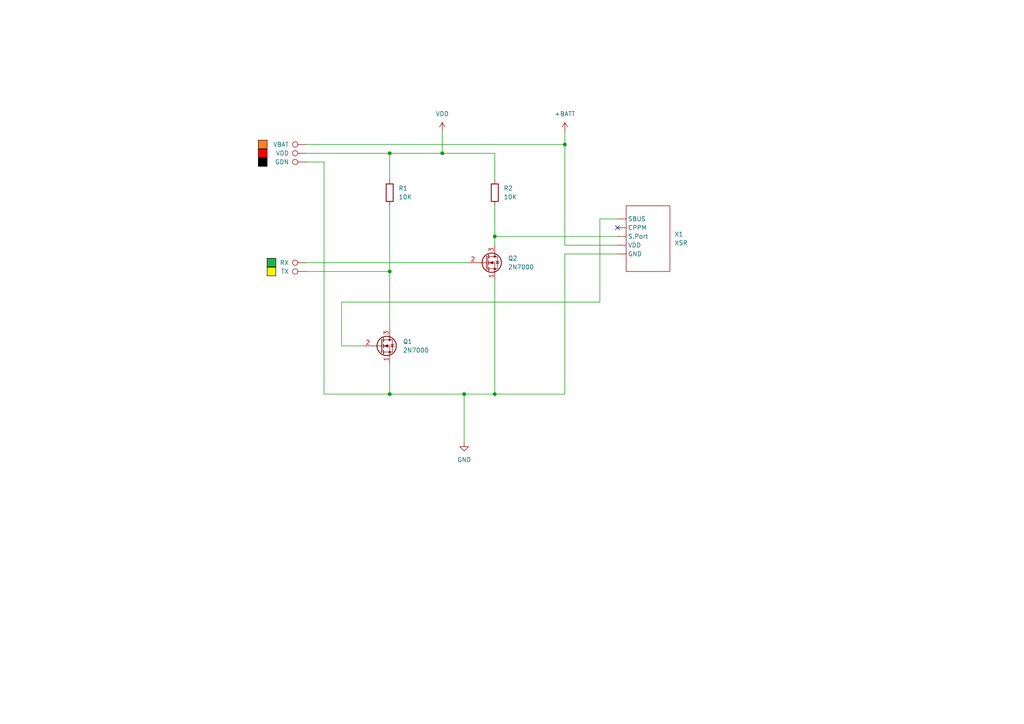
<source format=kicad_sch>
(kicad_sch (version 20230121) (generator eeschema)
  (paper "A4")
  (title_block (title "FrSky Receiver Invertor") (date "2024-02-12"))
  (lib_symbols
    (symbol "Connector:TestPoint" (pin_numbers hide) (pin_names (offset 0.762) hide)
      (property "Reference" "TP" (at 0 6.858 0))
      (property "Value" "TestPoint" (at 0 5.08 0))
      (symbol "TestPoint_0_1"
        (circle (center 0 3.302) (radius 0.762))
      )
      (symbol "TestPoint_1_1"
        (pin passive line (at 0 0 90) (length 2.54) (name "1") (number "1"))
      )
    )
    (symbol "Device:R" (pin_numbers hide) (pin_names (offset 0))
      (property "Reference" "R" (at 2.032 0 90))
      (property "Value" "R" (at 0 0 90))
      (symbol "R_0_1"
        (rectangle (start -1.016 -2.54) (end 1.016 2.54) (stroke (width 0.254)))
      )
      (symbol "R_1_1"
        (pin passive line (at 0 3.81 270) (length 1.27) (name "~") (number "1"))
        (pin passive line (at 0 -3.81 90) (length 1.27) (name "~") (number "2"))
      )
    )
    (symbol "Transistor_FET:2N7000" (pin_names hide)
      (property "Reference" "Q" (at 5.08 1.905 0))
      (property "Value" "2N7000" (at 5.08 0 0))
      (symbol "2N7000_0_1"
        (polyline (pts (xy 0.254 0) (xy -2.54 0)))
        (polyline (pts (xy 0.254 1.905) (xy 0.254 -1.905)) (stroke (width 0.254)))
        (polyline (pts (xy 0.762 -1.27) (xy 0.762 -2.286)) (stroke (width 0.254)))
        (polyline (pts (xy 0.762 0.508) (xy 0.762 -0.508)) (stroke (width 0.254)))
        (polyline (pts (xy 0.762 2.286) (xy 0.762 1.27)) (stroke (width 0.254)))
        (polyline (pts (xy 2.54 2.54) (xy 2.54 1.778)))
        (polyline (pts (xy 2.54 -2.54) (xy 2.54 0) (xy 0.762 0)))
        (polyline (pts (xy 0.762 -1.778) (xy 3.302 -1.778) (xy 3.302 1.778) (xy 0.762 1.778)))
        (polyline (pts (xy 1.016 0) (xy 2.032 0.381) (xy 2.032 -0.381) (xy 1.016 0)) (fill (type outline)))
        (polyline (pts (xy 2.794 0.508) (xy 2.921 0.381) (xy 3.683 0.381) (xy 3.81 0.254)))
        (polyline (pts (xy 3.302 0.381) (xy 2.921 -0.254) (xy 3.683 -0.254) (xy 3.302 0.381)))
        (circle (center 1.651 0) (radius 2.794) (stroke (width 0.254)))
        (circle (center 2.54 -1.778) (radius 0.254) (fill (type outline)))
        (circle (center 2.54 1.778) (radius 0.254) (fill (type outline)))
      )
      (symbol "2N7000_1_1"
        (pin passive line (at 2.54 -5.08 90) (length 2.54) (name "S") (number "1"))
        (pin input line (at -5.08 0 0) (length 2.54) (name "G") (number "2"))
        (pin passive line (at 2.54 5.08 270) (length 2.54) (name "D") (number "3"))
      )
    )
    (symbol "frsky-invertor:XSR" (pin_numbers hide)
      (property "Reference" "X" (at 7.62 1.27 0))
      (property "Value" "XSR" (at 8.89 7.62 0))
      (symbol "XSR_0_1"
        (rectangle (start 0 8.89) (end 12.7 -10.16))
      )
      (symbol "XSR_1_1"
        (pin output line (at -2.54 5.08 0) (length 2.54) (name "SBUS") (number "1"))
        (pin output line (at -2.54 2.54 0) (length 2.54) (name "CPPM") (number "2"))
        (pin bidirectional line (at -2.54 0 0) (length 2.54) (name "S.Port") (number "3"))
        (pin power_in line (at -2.54 -2.54 0) (length 2.54) (name "VDD") (number "4"))
        (pin passive line (at -2.54 -5.08 0) (length 2.54) (name "GND") (number "5"))
      )
    )
    (symbol "power:+BATT" (power) (pin_names (offset 0))
      (property "Value" "+BATT" (at 0 3.556 0))
      (symbol "+BATT_0_1"
        (polyline (pts (xy -0.762 1.27) (xy 0 2.54)))
        (polyline (pts (xy 0 0) (xy 0 2.54)))
        (polyline (pts (xy 0 2.54) (xy 0.762 1.27)))
      )
      (symbol "+BATT_1_1"
        (pin power_in line (at 0 0 90) (length 0) hide (name "+BATT") (number "1"))
      )
    )
    (symbol "power:GND" (power) (pin_names (offset 0))
      (property "Value" "GND" (at 0 -3.81 0))
      (symbol "GND_0_1"
        (polyline (pts (xy 0 0) (xy 0 -1.27) (xy 1.27 -1.27) (xy 0 -2.54) (xy -1.27 -1.27) (xy 0 -1.27)))
      )
      (symbol "GND_1_1"
        (pin power_in line (at 0 0 270) (length 0) hide (name "GND") (number "1"))
      )
    )
    (symbol "power:VDD" (power) (pin_names (offset 0))
      (property "Value" "VDD" (at 0 3.81 0))
      (symbol "VDD_0_1"
        (polyline (pts (xy -0.762 1.27) (xy 0 2.54)))
        (polyline (pts (xy 0 0) (xy 0 2.54)))
        (polyline (pts (xy 0 2.54) (xy 0.762 1.27)))
      )
      (symbol "VDD_1_1"
        (pin power_in line (at 0 0 90) (length 0) hide (name "VDD") (number "1"))
      )
    )
  )
  (junction (at 113.03 44.45))
  (junction (at 163.83 41.91))
  (junction (at 113.03 78.74))
  (junction (at 134.62 114.3))
  (junction (at 143.51 68.58))
  (junction (at 143.51 114.3))
  (junction (at 128.27 44.45))
  (junction (at 113.03 114.3))
  (no_connect (at 179.07 66.04))
  (wire (pts (xy 163.83 38.1) (xy 163.83 41.91)))
  (wire (pts (xy 163.83 71.12) (xy 179.07 71.12)))
  (wire (pts (xy 93.98 46.99) (xy 93.98 114.3)))
  (wire (pts (xy 113.03 44.45) (xy 113.03 52.07)))
  (wire (pts (xy 88.9 46.99) (xy 93.98 46.99)))
  (wire (pts (xy 99.06 100.33) (xy 99.06 87.63)))
  (wire (pts (xy 88.9 44.45) (xy 113.03 44.45)))
  (wire (pts (xy 134.62 114.3) (xy 143.51 114.3)))
  (wire (pts (xy 143.51 81.28) (xy 143.51 114.3)))
  (wire (pts (xy 128.27 38.1) (xy 128.27 44.45)))
  (wire (pts (xy 179.07 73.66) (xy 163.83 73.66)))
  (wire (pts (xy 143.51 68.58) (xy 179.07 68.58)))
  (wire (pts (xy 163.83 114.3) (xy 143.51 114.3)))
  (wire (pts (xy 113.03 105.41) (xy 113.03 114.3)))
  (wire (pts (xy 113.03 114.3) (xy 134.62 114.3)))
  (wire (pts (xy 113.03 78.74) (xy 113.03 59.69)))
  (wire (pts (xy 105.41 100.33) (xy 99.06 100.33)))
  (wire (pts (xy 113.03 44.45) (xy 128.27 44.45)))
  (wire (pts (xy 93.98 114.3) (xy 113.03 114.3)))
  (wire (pts (xy 163.83 41.91) (xy 163.83 71.12)))
  (wire (pts (xy 143.51 71.12) (xy 143.51 68.58)))
  (wire (pts (xy 99.06 87.63) (xy 173.99 87.63)))
  (wire (pts (xy 143.51 68.58) (xy 143.51 59.69)))
  (wire (pts (xy 134.62 114.3) (xy 134.62 128.27)))
  (wire (pts (xy 173.99 63.5) (xy 179.07 63.5)))
  (wire (pts (xy 88.9 41.91) (xy 163.83 41.91)))
  (wire (pts (xy 143.51 44.45) (xy 143.51 52.07)))
  (wire (pts (xy 173.99 87.63) (xy 173.99 63.5)))
  (wire (pts (xy 135.89 76.2) (xy 88.9 76.2)))
  (wire (pts (xy 128.27 44.45) (xy 143.51 44.45)))
  (wire (pts (xy 88.9 78.74) (xy 113.03 78.74)))
  (wire (pts (xy 163.83 73.66) (xy 163.83 114.3)))
  (wire (pts (xy 113.03 95.25) (xy 113.03 78.74)))
  (rectangle (start 74.93 40.64) (end 77.47 43.18) (stroke (width 0) (color 0 0 0 1)) (fill (type color) (color 255 127 39 1)))
  (rectangle (start 77.47 74.93) (end 80.01 77.47) (stroke (width 0) (color 0 0 0 1)) (fill (type color) (color 34 177 76 1)))
  (rectangle (start 74.93 43.18) (end 77.47 45.72) (stroke (width 0) (color 0 0 0 1)) (fill (type color) (color 255 0 0 1)))
  (rectangle (start 74.93 45.72) (end 77.47 48.26) (stroke (width 0) (color 0 0 0 1)) (fill (type color) (color 0 0 0 1)))
  (rectangle (start 77.47 77.47) (end 80.01 80.01) (stroke (width 0) (color 0 0 0 1)) (fill (type color) (color 255 242 0 1)))
  (symbol (lib_id "Device:R") (at 143.51 55.88 0) (unit 1)
    (property "Reference" "R2" (at 146.05 54.61 0) (effects (justify left)))
    (property "Value" "10K" (at 146.05 57.15 0) (effects (justify left)))
    (property "Footprint" "Resistor_THT:R_Axial_DIN0411_L9.9mm_D3.6mm_P12.70mm_Horizontal" (effects hide))
  )
  (symbol (lib_id "Device:R") (at 113.03 55.88 0) (unit 1)
    (property "Reference" "R1" (at 115.57 54.61 0) (effects (justify left)))
    (property "Value" "10K" (at 115.57 57.15 0) (effects (justify left)))
    (property "Footprint" "Resistor_THT:R_Axial_DIN0411_L9.9mm_D3.6mm_P12.70mm_Horizontal" (effects hide))
  )
  (symbol (lib_id "Transistor_FET:2N7000") (at 110.49 100.33 0) (unit 1)
    (property "Reference" "Q1" (at 116.84 99.06 0) (effects (justify left)))
    (property "Value" "2N7000" (at 116.84 101.6 0) (effects (justify left)))
    (property "Footprint" "Package_TO_SOT_THT:TO-92_Inline_Wide" (effects hide))
    (property "Datasheet" "https://www.vishay.com/docs/70226/70226.pdf" (effects hide))
  )
  (symbol (lib_id "power:+BATT") (at 163.83 38.1 0) (unit 1)
    (property "Reference" "#PWR03" (effects hide))
    (property "Value" "+BATT" (at 163.83 33.02 0))
  )
  (symbol (lib_id "Connector:TestPoint") (at 88.9 46.99 90) (unit 1)
    (property "Reference" "TP1" (effects hide))
    (property "Value" "GDN" (at 83.82 46.99 90) (effects (justify left)))
    (property "Footprint" "Connector_Wire:SolderWire-0.1sqmm_1x01_D0.4mm_OD1mm" (effects hide))
  )
  (symbol (lib_id "power:GND") (at 134.62 128.27 0) (unit 1)
    (property "Reference" "#PWR01" (effects hide))
    (property "Value" "GND" (at 134.62 133.35 0))
  )
  (symbol (lib_id "Transistor_FET:2N7000") (at 140.97 76.2 0) (unit 1)
    (property "Reference" "Q2" (at 147.32 74.93 0) (effects (justify left)))
    (property "Value" "2N7000" (at 147.32 77.47 0) (effects (justify left)))
    (property "Footprint" "Package_TO_SOT_THT:TO-92_Inline_Wide" (effects hide))
    (property "Datasheet" "https://www.vishay.com/docs/70226/70226.pdf" (effects hide))
  )
  (symbol (lib_id "Connector:TestPoint") (at 88.9 44.45 90) (unit 1)
    (property "Reference" "TP2" (effects hide))
    (property "Value" "VDD" (at 83.82 44.45 90) (effects (justify left)))
    (property "Footprint" "Connector_Wire:SolderWire-0.1sqmm_1x01_D0.4mm_OD1mm" (effects hide))
  )
  (symbol (lib_id "power:VDD") (at 128.27 38.1 0) (unit 1)
    (property "Reference" "#PWR02" (effects hide))
    (property "Value" "VDD" (at 128.27 33.02 0))
  )
  (symbol (lib_id "Connector:TestPoint") (at 88.9 78.74 90) (unit 1)
    (property "Reference" "TP4" (effects hide))
    (property "Value" "TX" (at 83.82 78.74 90) (effects (justify left)))
    (property "Footprint" "Connector_Wire:SolderWire-0.1sqmm_1x01_D0.4mm_OD1mm" (effects hide))
  )
  (symbol (lib_id "frsky-invertor:XSR") (at 181.61 68.58 0) (unit 1)
    (property "Reference" "X1" (at 195.58 67.945 0) (effects (justify left)))
    (property "Value" "XSR" (at 195.58 70.485 0) (effects (justify left)))
    (property "Footprint" "frsky-invertor:XSR" (effects hide))
  )
  (symbol (lib_id "Connector:TestPoint") (at 88.9 41.91 90) (unit 1)
    (property "Reference" "TP3" (effects hide))
    (property "Value" "VBAT" (at 83.82 41.91 90) (effects (justify left)))
    (property "Footprint" "Connector_Wire:SolderWire-0.1sqmm_1x01_D0.4mm_OD1mm" (effects hide))
  )
  (symbol (lib_id "Connector:TestPoint") (at 88.9 76.2 90) (unit 1)
    (property "Reference" "TP5" (effects hide))
    (property "Value" "RX" (at 83.82 76.2 90) (effects (justify left)))
    (property "Footprint" "Connector_Wire:SolderWire-0.1sqmm_1x01_D0.4mm_OD1mm" (effects hide))
  )
)
</source>
